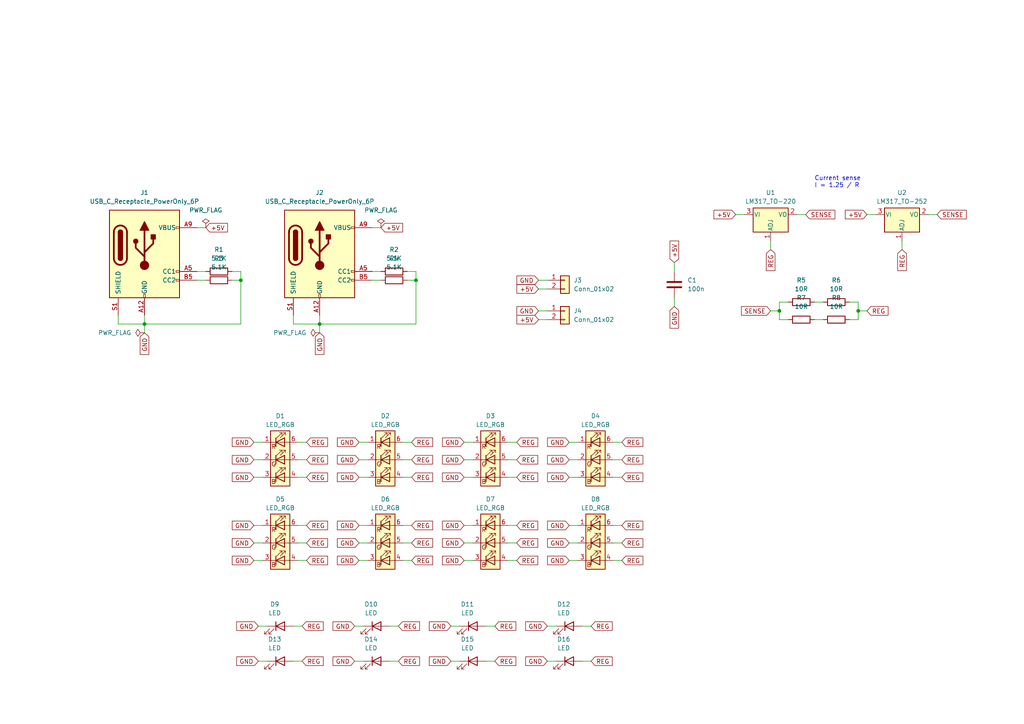
<source format=kicad_sch>
(kicad_sch (version 20230121) (generator eeschema)
  (paper "A4")
  (lib_symbols
    (symbol "Connector:USB_C_Receptacle_PowerOnly_6P" (pin_names (offset 1.016))
      (property "Reference" "J" (at 0 16.51 0))
      (property "Value" "USB_C_Receptacle_PowerOnly_6P" (at 0 13.97 0))
      (symbol "USB_C_Receptacle_PowerOnly_6P_0_0"
        (rectangle (start -0.254 -12.7) (end 0.254 -11.684))
        (rectangle (start 10.16 -7.366) (end 9.144 -7.874))
        (rectangle (start 10.16 -4.826) (end 9.144 -5.334))
        (rectangle (start 10.16 7.874) (end 9.144 7.366))
      )
      (symbol "USB_C_Receptacle_PowerOnly_6P_0_1"
        (rectangle (start -10.16 12.7) (end 10.16 -12.7) (stroke (width 0.254)) (fill (type background)))
        (arc (start -8.89 -1.27) (mid -6.985 -3.1667) (end -5.08 -1.27) (stroke (width 0.508)))
        (arc (start -7.62 -1.27) (mid -6.985 -1.9023) (end -6.35 -1.27) (stroke (width 0.254)))
        (arc (start -7.62 -1.27) (mid -6.985 -1.9023) (end -6.35 -1.27) (stroke (width 0.254)) (fill (type outline)))
        (rectangle (start -7.62 -1.27) (end -6.35 6.35) (stroke (width 0.254)) (fill (type outline)))
        (arc (start -6.35 6.35) (mid -6.985 6.9823) (end -7.62 6.35) (stroke (width 0.254)))
        (arc (start -6.35 6.35) (mid -6.985 6.9823) (end -7.62 6.35) (stroke (width 0.254)) (fill (type outline)))
        (arc (start -5.08 6.35) (mid -6.985 8.2467) (end -8.89 6.35) (stroke (width 0.508)))
        (circle (center -2.54 3.683) (radius 0.635) (stroke (width 0.254)) (fill (type outline)))
        (circle (center 0 -3.302) (radius 1.27) (fill (type outline)))
        (polyline (pts (xy -8.89 -1.27) (xy -8.89 6.35)) (stroke (width 0.508)))
        (polyline (pts (xy -5.08 6.35) (xy -5.08 -1.27)) (stroke (width 0.508)))
        (polyline (pts (xy 0 -3.302) (xy 0 6.858)) (stroke (width 0.508)))
        (polyline (pts (xy 0 -0.762) (xy -2.54 1.778) (xy -2.54 3.048)) (stroke (width 0.508)))
        (polyline (pts (xy 0 0.508) (xy 2.54 3.048) (xy 2.54 4.318)) (stroke (width 0.508)))
        (polyline (pts (xy -1.27 6.858) (xy 0 9.398) (xy 1.27 6.858) (xy -1.27 6.858)) (stroke (width 0.254)) (fill (type outline)))
        (rectangle (start 1.905 4.318) (end 3.175 5.588) (stroke (width 0.254)) (fill (type outline)))
      )
      (symbol "USB_C_Receptacle_PowerOnly_6P_1_1"
        (pin passive line (at 0 -17.78 90) (length 5.08) (name "GND") (number "A12"))
        (pin bidirectional line (at 15.24 -5.08 180) (length 5.08) (name "CC1") (number "A5"))
        (pin passive line (at 15.24 7.62 180) (length 5.08) (name "VBUS") (number "A9"))
        (pin passive line (at 0 -17.78 90) (length 5.08) hide (name "GND") (number "B12"))
        (pin bidirectional line (at 15.24 -7.62 180) (length 5.08) (name "CC2") (number "B5"))
        (pin passive line (at 15.24 7.62 180) (length 5.08) hide (name "VBUS") (number "B9"))
        (pin passive line (at -7.62 -17.78 90) (length 5.08) (name "SHIELD") (number "S1"))
      )
    )
    (symbol "Connector_Generic:Conn_01x02" (pin_names (offset 1.016) hide)
      (property "Reference" "J" (at 0 2.54 0))
      (property "Value" "Conn_01x02" (at 0 -5.08 0))
      (symbol "Conn_01x02_1_1"
        (rectangle (start -1.27 -2.413) (end 0 -2.667) (stroke (width 0.1524)))
        (rectangle (start -1.27 0.127) (end 0 -0.127) (stroke (width 0.1524)))
        (rectangle (start -1.27 1.27) (end 1.27 -3.81) (stroke (width 0.254)) (fill (type background)))
        (pin passive line (at -5.08 0 0) (length 3.81) (name "Pin_1") (number "1"))
        (pin passive line (at -5.08 -2.54 0) (length 3.81) (name "Pin_2") (number "2"))
      )
    )
    (symbol "Device:C" (pin_numbers hide) (pin_names (offset 0.254))
      (property "Reference" "C" (at 0.635 2.54 0))
      (property "Value" "C" (at 0.635 -2.54 0))
      (symbol "C_0_1"
        (polyline (pts (xy -2.032 -0.762) (xy 2.032 -0.762)) (stroke (width 0.508)))
        (polyline (pts (xy -2.032 0.762) (xy 2.032 0.762)) (stroke (width 0.508)))
      )
      (symbol "C_1_1"
        (pin passive line (at 0 3.81 270) (length 2.794) (name "~") (number "1"))
        (pin passive line (at 0 -3.81 90) (length 2.794) (name "~") (number "2"))
      )
    )
    (symbol "Device:LED" (pin_numbers hide) (pin_names (offset 1.016) hide)
      (property "Reference" "D" (at 0 2.54 0))
      (property "Value" "LED" (at 0 -2.54 0))
      (symbol "LED_0_1"
        (polyline (pts (xy -1.27 -1.27) (xy -1.27 1.27)) (stroke (width 0.254)))
        (polyline (pts (xy -1.27 0) (xy 1.27 0)))
        (polyline (pts (xy 1.27 -1.27) (xy 1.27 1.27) (xy -1.27 0) (xy 1.27 -1.27)) (stroke (width 0.254)))
        (polyline (pts (xy -3.048 -0.762) (xy -4.572 -2.286) (xy -3.81 -2.286) (xy -4.572 -2.286) (xy -4.572 -1.524)))
        (polyline (pts (xy -1.778 -0.762) (xy -3.302 -2.286) (xy -2.54 -2.286) (xy -3.302 -2.286) (xy -3.302 -1.524)))
      )
      (symbol "LED_1_1"
        (pin passive line (at -3.81 0 0) (length 2.54) (name "K") (number "1"))
        (pin passive line (at 3.81 0 180) (length 2.54) (name "A") (number "2"))
      )
    )
    (symbol "Device:LED_RGB" (pin_names (offset 0) hide)
      (property "Reference" "D" (at 0 9.398 0))
      (property "Value" "LED_RGB" (at 0 -8.89 0))
      (symbol "LED_RGB_0_0"
        (text "B" (at -1.905 -6.35 0) (effects (font (size 1.27 1.27))))
        (text "G" (at -1.905 -1.27 0) (effects (font (size 1.27 1.27))))
        (text "R" (at -1.905 3.81 0) (effects (font (size 1.27 1.27))))
      )
      (symbol "LED_RGB_0_1"
        (polyline (pts (xy -1.27 -5.08) (xy -2.54 -5.08)))
        (polyline (pts (xy -1.27 -5.08) (xy 1.27 -5.08)))
        (polyline (pts (xy -1.27 -3.81) (xy -1.27 -6.35)) (stroke (width 0.254)))
        (polyline (pts (xy -1.27 0) (xy -2.54 0)))
        (polyline (pts (xy -1.27 1.27) (xy -1.27 -1.27)) (stroke (width 0.254)))
        (polyline (pts (xy -1.27 5.08) (xy -2.54 5.08)))
        (polyline (pts (xy -1.27 5.08) (xy 1.27 5.08)))
        (polyline (pts (xy -1.27 6.35) (xy -1.27 3.81)) (stroke (width 0.254)))
        (polyline (pts (xy 1.27 -5.08) (xy 2.54 -5.08)))
        (polyline (pts (xy 1.27 0) (xy -1.27 0)))
        (polyline (pts (xy 1.27 0) (xy 2.54 0)))
        (polyline (pts (xy 1.27 5.08) (xy 2.54 5.08)))
        (polyline (pts (xy -1.27 1.27) (xy -1.27 -1.27) (xy -1.27 -1.27)))
        (polyline (pts (xy -1.27 6.35) (xy -1.27 3.81) (xy -1.27 3.81)))
        (polyline (pts (xy 1.27 -3.81) (xy 1.27 -6.35) (xy -1.27 -5.08) (xy 1.27 -3.81)) (stroke (width 0.254)))
        (polyline (pts (xy 1.27 1.27) (xy 1.27 -1.27) (xy -1.27 0) (xy 1.27 1.27)) (stroke (width 0.254)))
        (polyline (pts (xy 1.27 6.35) (xy 1.27 3.81) (xy -1.27 5.08) (xy 1.27 6.35)) (stroke (width 0.254)))
        (polyline (pts (xy -1.016 -3.81) (xy 0.508 -2.286) (xy -0.254 -2.286) (xy 0.508 -2.286) (xy 0.508 -3.048)))
        (polyline (pts (xy -1.016 1.27) (xy 0.508 2.794) (xy -0.254 2.794) (xy 0.508 2.794) (xy 0.508 2.032)))
        (polyline (pts (xy -1.016 6.35) (xy 0.508 7.874) (xy -0.254 7.874) (xy 0.508 7.874) (xy 0.508 7.112)))
        (polyline (pts (xy 0 -3.81) (xy 1.524 -2.286) (xy 0.762 -2.286) (xy 1.524 -2.286) (xy 1.524 -3.048)))
        (polyline (pts (xy 0 1.27) (xy 1.524 2.794) (xy 0.762 2.794) (xy 1.524 2.794) (xy 1.524 2.032)))
        (polyline (pts (xy 0 6.35) (xy 1.524 7.874) (xy 0.762 7.874) (xy 1.524 7.874) (xy 1.524 7.112)))
        (rectangle (start 1.27 -1.27) (end 1.27 1.27))
        (rectangle (start 1.27 1.27) (end 1.27 1.27))
        (rectangle (start 1.27 3.81) (end 1.27 6.35))
        (rectangle (start 1.27 6.35) (end 1.27 6.35))
        (rectangle (start 2.794 8.382) (end -2.794 -7.62) (stroke (width 0.254)) (fill (type background)))
      )
      (symbol "LED_RGB_1_1"
        (pin passive line (at -5.08 5.08 0) (length 2.54) (name "RK") (number "1"))
        (pin passive line (at -5.08 0 0) (length 2.54) (name "GK") (number "2"))
        (pin passive line (at -5.08 -5.08 0) (length 2.54) (name "BK") (number "3"))
        (pin passive line (at 5.08 -5.08 180) (length 2.54) (name "BA") (number "4"))
        (pin passive line (at 5.08 0 180) (length 2.54) (name "GA") (number "5"))
        (pin passive line (at 5.08 5.08 180) (length 2.54) (name "RA") (number "6"))
      )
    )
    (symbol "Device:R" (pin_numbers hide) (pin_names (offset 0))
      (property "Reference" "R" (at 2.032 0 90))
      (property "Value" "R" (at 0 0 90))
      (symbol "R_0_1"
        (rectangle (start -1.016 -2.54) (end 1.016 2.54) (stroke (width 0.254)))
      )
      (symbol "R_1_1"
        (pin passive line (at 0 3.81 270) (length 1.27) (name "~") (number "1"))
        (pin passive line (at 0 -3.81 90) (length 1.27) (name "~") (number "2"))
      )
    )
    (symbol "Regulator_Linear:LM317_TO-220" (pin_names (offset 0.254))
      (property "Reference" "U" (at -3.81 3.175 0))
      (property "Value" "LM317_TO-220" (at 0 3.175 0))
      (symbol "LM317_TO-220_0_1"
        (rectangle (start -5.08 1.905) (end 5.08 -5.08) (stroke (width 0.254)) (fill (type background)))
      )
      (symbol "LM317_TO-220_1_1"
        (pin input line (at 0 -7.62 90) (length 2.54) (name "ADJ") (number "1"))
        (pin power_out line (at 7.62 0 180) (length 2.54) (name "VO") (number "2"))
        (pin power_in line (at -7.62 0 0) (length 2.54) (name "VI") (number "3"))
      )
    )
    (symbol "Regulator_Linear:LM317_TO-252" (pin_names (offset 0.254))
      (property "Reference" "U" (at -3.81 3.175 0))
      (property "Value" "LM317_TO-252" (at 0 3.175 0))
      (symbol "LM317_TO-252_0_1"
        (rectangle (start -5.08 1.905) (end 5.08 -5.08) (stroke (width 0.254)) (fill (type background)))
      )
      (symbol "LM317_TO-252_1_1"
        (pin input line (at 0 -7.62 90) (length 2.54) (name "ADJ") (number "1"))
        (pin power_out line (at 7.62 0 180) (length 2.54) (name "VO") (number "2"))
        (pin power_in line (at -7.62 0 0) (length 2.54) (name "VI") (number "3"))
      )
    )
    (symbol "power:PWR_FLAG" (power) (pin_numbers hide) (pin_names (offset 0) hide)
      (property "Value" "PWR_FLAG" (at 0 3.81 0))
      (symbol "PWR_FLAG_0_0"
        (pin power_out line (at 0 0 90) (length 0) (name "pwr") (number "1"))
      )
      (symbol "PWR_FLAG_0_1"
        (polyline (pts (xy 0 0) (xy 0 1.27) (xy -1.016 1.905) (xy 0 2.54) (xy 1.016 1.905) (xy 0 1.27)))
      )
    )
  )
  (junction (at 92.71 93.98))
  (junction (at 248.92 90.17))
  (junction (at 226.06 90.17))
  (junction (at 41.91 93.98))
  (junction (at 69.85 81.28))
  (junction (at 120.65 81.28))
  (wire (pts (xy 92.71 93.98) (xy 92.71 96.52)))
  (wire (pts (xy 104.14 138.43) (xy 106.68 138.43)))
  (wire (pts (xy 180.34 138.43) (xy 177.8 138.43)))
  (wire (pts (xy 134.62 128.27) (xy 137.16 128.27)))
  (wire (pts (xy 130.81 191.77) (xy 133.35 191.77)))
  (wire (pts (xy 134.62 138.43) (xy 137.16 138.43)))
  (wire (pts (xy 143.51 191.77) (xy 140.97 191.77)))
  (wire (pts (xy 73.66 157.48) (xy 76.2 157.48)))
  (wire (pts (xy 165.1 133.35) (xy 167.64 133.35)))
  (wire (pts (xy 67.31 78.74) (xy 69.85 78.74)))
  (wire (pts (xy 158.75 181.61) (xy 161.29 181.61)))
  (wire (pts (xy 59.69 66.04) (xy 57.15 66.04)))
  (wire (pts (xy 156.21 83.82) (xy 158.75 83.82)))
  (wire (pts (xy 59.69 81.28) (xy 57.15 81.28)))
  (wire (pts (xy 171.45 191.77) (xy 168.91 191.77)))
  (wire (pts (xy 213.36 62.23) (xy 215.9 62.23)))
  (wire (pts (xy 195.58 76.2) (xy 195.58 78.74)))
  (wire (pts (xy 102.87 181.61) (xy 105.41 181.61)))
  (wire (pts (xy 102.87 191.77) (xy 105.41 191.77)))
  (wire (pts (xy 73.66 138.43) (xy 76.2 138.43)))
  (wire (pts (xy 165.1 152.4) (xy 167.64 152.4)))
  (wire (pts (xy 119.38 128.27) (xy 116.84 128.27)))
  (wire (pts (xy 88.9 162.56) (xy 86.36 162.56)))
  (wire (pts (xy 180.34 133.35) (xy 177.8 133.35)))
  (wire (pts (xy 118.11 78.74) (xy 120.65 78.74)))
  (wire (pts (xy 73.66 152.4) (xy 76.2 152.4)))
  (wire (pts (xy 236.22 87.63) (xy 238.76 87.63)))
  (wire (pts (xy 223.52 72.39) (xy 223.52 69.85)))
  (wire (pts (xy 92.71 93.98) (xy 92.71 91.44)))
  (wire (pts (xy 251.46 62.23) (xy 254 62.23)))
  (wire (pts (xy 228.6 92.71) (xy 226.06 92.71)))
  (wire (pts (xy 195.58 88.9) (xy 195.58 86.36)))
  (wire (pts (xy 165.1 138.43) (xy 167.64 138.43)))
  (wire (pts (xy 74.93 181.61) (xy 77.47 181.61)))
  (wire (pts (xy 88.9 133.35) (xy 86.36 133.35)))
  (wire (pts (xy 156.21 90.17) (xy 158.75 90.17)))
  (wire (pts (xy 41.91 93.98) (xy 41.91 96.52)))
  (wire (pts (xy 149.86 162.56) (xy 147.32 162.56)))
  (wire (pts (xy 115.57 181.61) (xy 113.03 181.61)))
  (wire (pts (xy 88.9 128.27) (xy 86.36 128.27)))
  (wire (pts (xy 149.86 138.43) (xy 147.32 138.43)))
  (wire (pts (xy 41.91 93.98) (xy 41.91 91.44)))
  (wire (pts (xy 110.49 81.28) (xy 107.95 81.28)))
  (wire (pts (xy 88.9 152.4) (xy 86.36 152.4)))
  (wire (pts (xy 34.29 91.44) (xy 34.29 93.98)))
  (wire (pts (xy 119.38 162.56) (xy 116.84 162.56)))
  (wire (pts (xy 271.78 62.23) (xy 269.24 62.23)))
  (wire (pts (xy 130.81 181.61) (xy 133.35 181.61)))
  (wire (pts (xy 246.38 87.63) (xy 248.92 87.63)))
  (wire (pts (xy 143.51 181.61) (xy 140.97 181.61)))
  (wire (pts (xy 120.65 78.74) (xy 120.65 81.28)))
  (wire (pts (xy 171.45 181.61) (xy 168.91 181.61)))
  (wire (pts (xy 180.34 128.27) (xy 177.8 128.27)))
  (wire (pts (xy 180.34 162.56) (xy 177.8 162.56)))
  (wire (pts (xy 120.65 81.28) (xy 120.65 93.98)))
  (wire (pts (xy 110.49 78.74) (xy 107.95 78.74)))
  (wire (pts (xy 88.9 157.48) (xy 86.36 157.48)))
  (wire (pts (xy 73.66 133.35) (xy 76.2 133.35)))
  (wire (pts (xy 134.62 157.48) (xy 137.16 157.48)))
  (wire (pts (xy 180.34 152.4) (xy 177.8 152.4)))
  (wire (pts (xy 104.14 152.4) (xy 106.68 152.4)))
  (wire (pts (xy 120.65 81.28) (xy 118.11 81.28)))
  (wire (pts (xy 119.38 152.4) (xy 116.84 152.4)))
  (wire (pts (xy 115.57 191.77) (xy 113.03 191.77)))
  (wire (pts (xy 34.29 93.98) (xy 41.91 93.98)))
  (wire (pts (xy 119.38 133.35) (xy 116.84 133.35)))
  (wire (pts (xy 236.22 92.71) (xy 238.76 92.71)))
  (wire (pts (xy 149.86 152.4) (xy 147.32 152.4)))
  (wire (pts (xy 120.65 93.98) (xy 92.71 93.98)))
  (wire (pts (xy 134.62 152.4) (xy 137.16 152.4)))
  (wire (pts (xy 85.09 93.98) (xy 92.71 93.98)))
  (wire (pts (xy 156.21 81.28) (xy 158.75 81.28)))
  (wire (pts (xy 134.62 162.56) (xy 137.16 162.56)))
  (wire (pts (xy 156.21 92.71) (xy 158.75 92.71)))
  (wire (pts (xy 104.14 157.48) (xy 106.68 157.48)))
  (wire (pts (xy 110.49 66.04) (xy 107.95 66.04)))
  (wire (pts (xy 119.38 138.43) (xy 116.84 138.43)))
  (wire (pts (xy 69.85 81.28) (xy 67.31 81.28)))
  (wire (pts (xy 226.06 87.63) (xy 226.06 90.17)))
  (wire (pts (xy 165.1 162.56) (xy 167.64 162.56)))
  (wire (pts (xy 69.85 93.98) (xy 41.91 93.98)))
  (wire (pts (xy 74.93 191.77) (xy 77.47 191.77)))
  (wire (pts (xy 69.85 81.28) (xy 69.85 93.98)))
  (wire (pts (xy 165.1 157.48) (xy 167.64 157.48)))
  (wire (pts (xy 88.9 138.43) (xy 86.36 138.43)))
  (wire (pts (xy 233.68 62.23) (xy 231.14 62.23)))
  (wire (pts (xy 158.75 191.77) (xy 161.29 191.77)))
  (wire (pts (xy 180.34 157.48) (xy 177.8 157.48)))
  (wire (pts (xy 73.66 128.27) (xy 76.2 128.27)))
  (wire (pts (xy 87.63 181.61) (xy 85.09 181.61)))
  (wire (pts (xy 85.09 91.44) (xy 85.09 93.98)))
  (wire (pts (xy 223.52 90.17) (xy 226.06 90.17)))
  (wire (pts (xy 104.14 162.56) (xy 106.68 162.56)))
  (wire (pts (xy 59.69 78.74) (xy 57.15 78.74)))
  (wire (pts (xy 104.14 128.27) (xy 106.68 128.27)))
  (wire (pts (xy 134.62 133.35) (xy 137.16 133.35)))
  (wire (pts (xy 226.06 90.17) (xy 226.06 92.71)))
  (wire (pts (xy 149.86 157.48) (xy 147.32 157.48)))
  (wire (pts (xy 119.38 157.48) (xy 116.84 157.48)))
  (wire (pts (xy 228.6 87.63) (xy 226.06 87.63)))
  (wire (pts (xy 248.92 90.17) (xy 248.92 92.71)))
  (wire (pts (xy 73.66 162.56) (xy 76.2 162.56)))
  (wire (pts (xy 149.86 133.35) (xy 147.32 133.35)))
  (wire (pts (xy 149.86 128.27) (xy 147.32 128.27)))
  (wire (pts (xy 87.63 191.77) (xy 85.09 191.77)))
  (wire (pts (xy 69.85 78.74) (xy 69.85 81.28)))
  (wire (pts (xy 261.62 72.39) (xy 261.62 69.85)))
  (wire (pts (xy 104.14 133.35) (xy 106.68 133.35)))
  (wire (pts (xy 246.38 92.71) (xy 248.92 92.71)))
  (wire (pts (xy 165.1 128.27) (xy 167.64 128.27)))
  (wire (pts (xy 248.92 90.17) (xy 251.46 90.17)))
  (wire (pts (xy 248.92 87.63) (xy 248.92 90.17)))
  (text "Current sense\nI = 1.25 / R" (at 236.22 54.61 0) (effects (font (size 1.27 1.27)) (justify left bottom)))
  (global_label "GND" (shape input) (at 134.62 133.35 180) (property "Intersheetrefs" "${INTERSHEET_REFS}" (effects hide)))
  (global_label "REG" (shape input) (at 119.38 152.4 0) (property "Intersheetrefs" "${INTERSHEET_REFS}" (effects hide)))
  (global_label "REG" (shape input) (at 171.45 181.61 0) (property "Intersheetrefs" "${INTERSHEET_REFS}" (effects hide)))
  (global_label "REG" (shape input) (at 88.9 162.56 0) (property "Intersheetrefs" "${INTERSHEET_REFS}" (effects hide)))
  (global_label "REG" (shape input) (at 143.51 181.61 0) (property "Intersheetrefs" "${INTERSHEET_REFS}" (effects hide)))
  (global_label "GND" (shape input) (at 156.21 81.28 180) (property "Intersheetrefs" "${INTERSHEET_REFS}" (effects hide)))
  (global_label "REG" (shape input) (at 119.38 138.43 0) (property "Intersheetrefs" "${INTERSHEET_REFS}" (effects hide)))
  (global_label "GND" (shape input) (at 104.14 138.43 180) (property "Intersheetrefs" "${INTERSHEET_REFS}" (effects hide)))
  (global_label "GND" (shape input) (at 165.1 152.4 180) (property "Intersheetrefs" "${INTERSHEET_REFS}" (effects hide)))
  (global_label "REG" (shape input) (at 149.86 133.35 0) (property "Intersheetrefs" "${INTERSHEET_REFS}" (effects hide)))
  (global_label "SENSE" (shape input) (at 233.68 62.23 0) (property "Intersheetrefs" "${INTERSHEET_REFS}" (effects hide)))
  (global_label "GND" (shape input) (at 134.62 157.48 180) (property "Intersheetrefs" "${INTERSHEET_REFS}" (effects hide)))
  (global_label "GND" (shape input) (at 73.66 133.35 180) (property "Intersheetrefs" "${INTERSHEET_REFS}" (effects hide)))
  (global_label "GND" (shape input) (at 73.66 157.48 180) (property "Intersheetrefs" "${INTERSHEET_REFS}" (effects hide)))
  (global_label "REG" (shape input) (at 180.34 138.43 0) (property "Intersheetrefs" "${INTERSHEET_REFS}" (effects hide)))
  (global_label "GND" (shape input) (at 134.62 128.27 180) (property "Intersheetrefs" "${INTERSHEET_REFS}" (effects hide)))
  (global_label "GND" (shape input) (at 74.93 181.61 180) (property "Intersheetrefs" "${INTERSHEET_REFS}" (effects hide)))
  (global_label "GND" (shape input) (at 156.21 90.17 180) (property "Intersheetrefs" "${INTERSHEET_REFS}" (effects hide)))
  (global_label "REG" (shape input) (at 180.34 162.56 0) (property "Intersheetrefs" "${INTERSHEET_REFS}" (effects hide)))
  (global_label "REG" (shape input) (at 149.86 157.48 0) (property "Intersheetrefs" "${INTERSHEET_REFS}" (effects hide)))
  (global_label "REG" (shape input) (at 119.38 128.27 0) (property "Intersheetrefs" "${INTERSHEET_REFS}" (effects hide)))
  (global_label "GND" (shape input) (at 74.93 191.77 180) (property "Intersheetrefs" "${INTERSHEET_REFS}" (effects hide)))
  (global_label "GND" (shape input) (at 165.1 133.35 180) (property "Intersheetrefs" "${INTERSHEET_REFS}" (effects hide)))
  (global_label "+5V" (shape input) (at 213.36 62.23 180) (property "Intersheetrefs" "${INTERSHEET_REFS}" (effects hide)))
  (global_label "REG" (shape input) (at 180.34 133.35 0) (property "Intersheetrefs" "${INTERSHEET_REFS}" (effects hide)))
  (global_label "REG" (shape input) (at 119.38 157.48 0) (property "Intersheetrefs" "${INTERSHEET_REFS}" (effects hide)))
  (global_label "REG" (shape input) (at 180.34 152.4 0) (property "Intersheetrefs" "${INTERSHEET_REFS}" (effects hide)))
  (global_label "REG" (shape input) (at 88.9 152.4 0) (property "Intersheetrefs" "${INTERSHEET_REFS}" (effects hide)))
  (global_label "GND" (shape input) (at 130.81 181.61 180) (property "Intersheetrefs" "${INTERSHEET_REFS}" (effects hide)))
  (global_label "REG" (shape input) (at 88.9 138.43 0) (property "Intersheetrefs" "${INTERSHEET_REFS}" (effects hide)))
  (global_label "GND" (shape input) (at 104.14 162.56 180) (property "Intersheetrefs" "${INTERSHEET_REFS}" (effects hide)))
  (global_label "+5V" (shape input) (at 59.69 66.04 0) (property "Intersheetrefs" "${INTERSHEET_REFS}" (effects hide)))
  (global_label "GND" (shape input) (at 73.66 128.27 180) (property "Intersheetrefs" "${INTERSHEET_REFS}" (effects hide)))
  (global_label "REG" (shape input) (at 171.45 191.77 0) (property "Intersheetrefs" "${INTERSHEET_REFS}" (effects hide)))
  (global_label "SENSE" (shape input) (at 271.78 62.23 0) (property "Intersheetrefs" "${INTERSHEET_REFS}" (effects hide)))
  (global_label "GND" (shape input) (at 165.1 128.27 180) (property "Intersheetrefs" "${INTERSHEET_REFS}" (effects hide)))
  (global_label "GND" (shape input) (at 165.1 157.48 180) (property "Intersheetrefs" "${INTERSHEET_REFS}" (effects hide)))
  (global_label "REG" (shape input) (at 88.9 133.35 0) (property "Intersheetrefs" "${INTERSHEET_REFS}" (effects hide)))
  (global_label "GND" (shape input) (at 134.62 152.4 180) (property "Intersheetrefs" "${INTERSHEET_REFS}" (effects hide)))
  (global_label "REG" (shape input) (at 119.38 162.56 0) (property "Intersheetrefs" "${INTERSHEET_REFS}" (effects hide)))
  (global_label "REG" (shape input) (at 149.86 162.56 0) (property "Intersheetrefs" "${INTERSHEET_REFS}" (effects hide)))
  (global_label "GND" (shape input) (at 104.14 157.48 180) (property "Intersheetrefs" "${INTERSHEET_REFS}" (effects hide)))
  (global_label "GND" (shape input) (at 158.75 181.61 180) (property "Intersheetrefs" "${INTERSHEET_REFS}" (effects hide)))
  (global_label "REG" (shape input) (at 149.86 152.4 0) (property "Intersheetrefs" "${INTERSHEET_REFS}" (effects hide)))
  (global_label "REG" (shape input) (at 223.52 72.39 270) (property "Intersheetrefs" "${INTERSHEET_REFS}" (effects hide)))
  (global_label "REG" (shape input) (at 119.38 133.35 0) (property "Intersheetrefs" "${INTERSHEET_REFS}" (effects hide)))
  (global_label "REG" (shape input) (at 261.62 72.39 270) (property "Intersheetrefs" "${INTERSHEET_REFS}" (effects hide)))
  (global_label "GND" (shape input) (at 134.62 138.43 180) (property "Intersheetrefs" "${INTERSHEET_REFS}" (effects hide)))
  (global_label "GND" (shape input) (at 165.1 162.56 180) (property "Intersheetrefs" "${INTERSHEET_REFS}" (effects hide)))
  (global_label "+5V" (shape input) (at 110.49 66.04 0) (property "Intersheetrefs" "${INTERSHEET_REFS}" (effects hide)))
  (global_label "SENSE" (shape input) (at 223.52 90.17 180) (property "Intersheetrefs" "${INTERSHEET_REFS}" (effects hide)))
  (global_label "GND" (shape input) (at 165.1 138.43 180) (property "Intersheetrefs" "${INTERSHEET_REFS}" (effects hide)))
  (global_label "GND" (shape input) (at 104.14 152.4 180) (property "Intersheetrefs" "${INTERSHEET_REFS}" (effects hide)))
  (global_label "GND" (shape input) (at 73.66 152.4 180) (property "Intersheetrefs" "${INTERSHEET_REFS}" (effects hide)))
  (global_label "GND" (shape input) (at 102.87 181.61 180) (property "Intersheetrefs" "${INTERSHEET_REFS}" (effects hide)))
  (global_label "GND" (shape input) (at 130.81 191.77 180) (property "Intersheetrefs" "${INTERSHEET_REFS}" (effects hide)))
  (global_label "REG" (shape input) (at 251.46 90.17 0) (property "Intersheetrefs" "${INTERSHEET_REFS}" (effects hide)))
  (global_label "GND" (shape input) (at 134.62 162.56 180) (property "Intersheetrefs" "${INTERSHEET_REFS}" (effects hide)))
  (global_label "GND" (shape input) (at 102.87 191.77 180) (property "Intersheetrefs" "${INTERSHEET_REFS}" (effects hide)))
  (global_label "+5V" (shape input) (at 156.21 92.71 180) (property "Intersheetrefs" "${INTERSHEET_REFS}" (effects hide)))
  (global_label "+5V" (shape input) (at 251.46 62.23 180) (property "Intersheetrefs" "${INTERSHEET_REFS}" (effects hide)))
  (global_label "REG" (shape input) (at 87.63 191.77 0) (property "Intersheetrefs" "${INTERSHEET_REFS}" (effects hide)))
  (global_label "REG" (shape input) (at 149.86 138.43 0) (property "Intersheetrefs" "${INTERSHEET_REFS}" (effects hide)))
  (global_label "REG" (shape input) (at 180.34 128.27 0) (property "Intersheetrefs" "${INTERSHEET_REFS}" (effects hide)))
  (global_label "REG" (shape input) (at 115.57 181.61 0) (property "Intersheetrefs" "${INTERSHEET_REFS}" (effects hide)))
  (global_label "REG" (shape input) (at 115.57 191.77 0) (property "Intersheetrefs" "${INTERSHEET_REFS}" (effects hide)))
  (global_label "REG" (shape input) (at 143.51 191.77 0) (property "Intersheetrefs" "${INTERSHEET_REFS}" (effects hide)))
  (global_label "GND" (shape input) (at 195.58 88.9 270) (property "Intersheetrefs" "${INTERSHEET_REFS}" (effects hide)))
  (global_label "GND" (shape input) (at 158.75 191.77 180) (property "Intersheetrefs" "${INTERSHEET_REFS}" (effects hide)))
  (global_label "REG" (shape input) (at 87.63 181.61 0) (property "Intersheetrefs" "${INTERSHEET_REFS}" (effects hide)))
  (global_label "REG" (shape input) (at 180.34 157.48 0) (property "Intersheetrefs" "${INTERSHEET_REFS}" (effects hide)))
  (global_label "GND" (shape input) (at 104.14 128.27 180) (property "Intersheetrefs" "${INTERSHEET_REFS}" (effects hide)))
  (global_label "+5V" (shape input) (at 195.58 76.2 90) (property "Intersheetrefs" "${INTERSHEET_REFS}" (effects hide)))
  (global_label "+5V" (shape input) (at 156.21 83.82 180) (property "Intersheetrefs" "${INTERSHEET_REFS}" (effects hide)))
  (global_label "REG" (shape input) (at 88.9 157.48 0) (property "Intersheetrefs" "${INTERSHEET_REFS}" (effects hide)))
  (global_label "GND" (shape input) (at 104.14 133.35 180) (property "Intersheetrefs" "${INTERSHEET_REFS}" (effects hide)))
  (global_label "GND" (shape input) (at 73.66 138.43 180) (property "Intersheetrefs" "${INTERSHEET_REFS}" (effects hide)))
  (global_label "GND" (shape input) (at 41.91 96.52 270) (property "Intersheetrefs" "${INTERSHEET_REFS}" (effects hide)))
  (global_label "GND" (shape input) (at 92.71 96.52 270) (property "Intersheetrefs" "${INTERSHEET_REFS}" (effects hide)))
  (global_label "REG" (shape input) (at 88.9 128.27 0) (property "Intersheetrefs" "${INTERSHEET_REFS}" (effects hide)))
  (global_label "REG" (shape input) (at 149.86 128.27 0) (property "Intersheetrefs" "${INTERSHEET_REFS}" (effects hide)))
  (global_label "GND" (shape input) (at 73.66 162.56 180) (property "Intersheetrefs" "${INTERSHEET_REFS}" (effects hide)))
  (symbol (lib_id "Device:LED") (at 165.1 191.77 0) (unit 1)
    (property "Reference" "D16" (at 163.5125 185.42 0))
    (property "Value" "LED" (at 163.5125 187.96 0))
    (property "Footprint" "LED_THT:LED_Rectangular_W7.62mm_H4.55mm_P5.08mm_R3" (effects hide))
  )
  (symbol (lib_id "Device:R") (at 232.41 92.71 90) (unit 1)
    (property "Reference" "R7" (at 232.41 86.36 90))
    (property "Value" "10R" (at 232.41 88.9 90))
    (property "Footprint" "Resistor_SMD:R_0805_2012Metric_Pad1.20x1.40mm_HandSolder" (effects hide))
  )
  (symbol (lib_id "Device:R") (at 63.5 81.28 90) (unit 1)
    (property "Reference" "R3" (at 63.5 74.93 90))
    (property "Value" "5.1K" (at 63.5 77.47 90))
    (property "Footprint" "Resistor_SMD:R_0805_2012Metric_Pad1.20x1.40mm_HandSolder" (effects hide))
  )
  (symbol (lib_id "power:PWR_FLAG") (at 41.91 96.52 90) (unit 1)
    (property "Reference" "#FLG03" (effects hide))
    (property "Value" "PWR_FLAG" (at 38.1 96.52 90) (effects (justify left)))
  )
  (symbol (lib_id "power:PWR_FLAG") (at 110.49 66.04 0) (unit 1)
    (property "Reference" "#FLG02" (effects hide))
    (property "Value" "PWR_FLAG" (at 110.49 60.96 0))
  )
  (symbol (lib_id "Device:R") (at 114.3 81.28 90) (unit 1)
    (property "Reference" "R4" (at 114.3 74.93 90))
    (property "Value" "5.1K" (at 114.3 77.47 90))
    (property "Footprint" "Resistor_SMD:R_0805_2012Metric_Pad1.20x1.40mm_HandSolder" (effects hide))
  )
  (symbol (lib_id "Device:R") (at 114.3 78.74 90) (unit 1)
    (property "Reference" "R2" (at 114.3 72.39 90))
    (property "Value" "5.1K" (at 114.3 74.93 90))
    (property "Footprint" "Resistor_SMD:R_0805_2012Metric_Pad1.20x1.40mm_HandSolder" (effects hide))
  )
  (symbol (lib_id "Device:R") (at 232.41 87.63 90) (unit 1)
    (property "Reference" "R5" (at 232.41 81.28 90))
    (property "Value" "10R" (at 232.41 83.82 90))
    (property "Footprint" "Resistor_SMD:R_0805_2012Metric_Pad1.20x1.40mm_HandSolder" (effects hide))
  )
  (symbol (lib_id "Connector_Generic:Conn_01x02") (at 163.83 81.28 0) (unit 1)
    (property "Reference" "J3" (at 166.37 81.28 0) (effects (justify left)))
    (property "Value" "Conn_01x02" (at 166.37 83.82 0) (effects (justify left)))
    (property "Footprint" "SolderWire-0.75sqmm_1x02_P4.8mm_D1.25mm_OD2.3mm_Relief" (effects hide))
  )
  (symbol (lib_id "Device:LED_RGB") (at 172.72 157.48 0) (unit 1)
    (property "Reference" "D8" (at 172.72 144.78 0))
    (property "Value" "LED_RGB" (at 172.72 147.32 0))
    (property "Footprint" "LED_SMD:LED_RGB_5050-6" (effects hide))
  )
  (symbol (lib_id "Device:LED_RGB") (at 111.76 133.35 0) (unit 1)
    (property "Reference" "D2" (at 111.76 120.65 0))
    (property "Value" "LED_RGB" (at 111.76 123.19 0))
    (property "Footprint" "LED_SMD:LED_RGB_5050-6" (effects hide))
  )
  (symbol (lib_id "Device:LED_RGB") (at 172.72 133.35 0) (unit 1)
    (property "Reference" "D4" (at 172.72 120.65 0))
    (property "Value" "LED_RGB" (at 172.72 123.19 0))
    (property "Footprint" "LED_SMD:LED_RGB_5050-6" (effects hide))
  )
  (symbol (lib_id "Device:LED") (at 109.22 191.77 0) (unit 1)
    (property "Reference" "D14" (at 107.6325 185.42 0))
    (property "Value" "LED" (at 107.6325 187.96 0))
    (property "Footprint" "LED_THT:LED_Rectangular_W7.62mm_H4.55mm_P5.08mm_R3" (effects hide))
  )
  (symbol (lib_id "Device:LED") (at 165.1 181.61 0) (unit 1)
    (property "Reference" "D12" (at 163.5125 175.26 0))
    (property "Value" "LED" (at 163.5125 177.8 0))
    (property "Footprint" "LED_THT:LED_Rectangular_W7.62mm_H4.55mm_P5.08mm_R3" (effects hide))
  )
  (symbol (lib_id "Device:LED_RGB") (at 142.24 133.35 0) (unit 1)
    (property "Reference" "D3" (at 142.24 120.65 0))
    (property "Value" "LED_RGB" (at 142.24 123.19 0))
    (property "Footprint" "LED_SMD:LED_RGB_5050-6" (effects hide))
  )
  (symbol (lib_id "Device:LED") (at 81.28 181.61 0) (unit 1)
    (property "Reference" "D9" (at 79.6925 175.26 0))
    (property "Value" "LED" (at 79.6925 177.8 0))
    (property "Footprint" "LED_THT:LED_Rectangular_W7.62mm_H4.55mm_P5.08mm_R3" (effects hide))
  )
  (symbol (lib_id "Device:LED_RGB") (at 142.24 157.48 0) (unit 1)
    (property "Reference" "D7" (at 142.24 144.78 0))
    (property "Value" "LED_RGB" (at 142.24 147.32 0))
    (property "Footprint" "LED_SMD:LED_RGB_5050-6" (effects hide))
  )
  (symbol (lib_id "Connector:USB_C_Receptacle_PowerOnly_6P") (at 92.71 73.66 0) (unit 1)
    (property "Reference" "J2" (at 92.71 55.88 0))
    (property "Value" "USB_C_Receptacle_PowerOnly_6P" (at 92.71 58.42 0))
    (property "Footprint" "USB-C-Power-tester:TYPE-C-31-M-17_handsolder" (effects hide))
    (property "Datasheet" "https://www.usb.org/sites/default/files/documents/usb_type-c.zip" (effects hide))
  )
  (symbol (lib_id "Regulator_Linear:LM317_TO-252") (at 261.62 62.23 0) (unit 1)
    (property "Reference" "U2" (at 261.62 55.88 0))
    (property "Value" "LM317_TO-252" (at 261.62 58.42 0))
    (property "Footprint" "Package_TO_SOT_SMD:TO-252-2" (effects hide))
    (property "Datasheet" "http://www.ti.com/lit/ds/snvs774n/snvs774n.pdf" (effects hide))
  )
  (symbol (lib_id "Device:LED_RGB") (at 81.28 133.35 0) (unit 1)
    (property "Reference" "D1" (at 81.28 120.65 0))
    (property "Value" "LED_RGB" (at 81.28 123.19 0))
    (property "Footprint" "LED_SMD:LED_RGB_5050-6" (effects hide))
  )
  (symbol (lib_id "power:PWR_FLAG") (at 92.71 96.52 90) (unit 1)
    (property "Reference" "#FLG04" (effects hide))
    (property "Value" "PWR_FLAG" (at 88.9 96.52 90) (effects (justify left)))
  )
  (symbol (lib_id "Connector_Generic:Conn_01x02") (at 163.83 90.17 0) (unit 1)
    (property "Reference" "J4" (at 166.37 90.17 0) (effects (justify left)))
    (property "Value" "Conn_01x02" (at 166.37 92.71 0) (effects (justify left)))
    (property "Footprint" "SolderWire-0.75sqmm_1x02_P4.8mm_D1.25mm_OD2.3mm_Relief" (effects hide))
  )
  (symbol (lib_id "Regulator_Linear:LM317_TO-220") (at 223.52 62.23 0) (unit 1)
    (property "Reference" "U1" (at 223.52 55.88 0))
    (property "Value" "LM317_TO-220" (at 223.52 58.42 0))
    (property "Footprint" "Package_TO_SOT_THT:TO-220-3_Horizontal_TabDown" (effects hide))
    (property "Datasheet" "http://www.ti.com/lit/ds/symlink/lm317.pdf" (effects hide))
  )
  (symbol (lib_id "Device:R") (at 242.57 92.71 90) (unit 1)
    (property "Reference" "R8" (at 242.57 86.36 90))
    (property "Value" "10R" (at 242.57 88.9 90))
    (property "Footprint" "Resistor_SMD:R_0805_2012Metric_Pad1.20x1.40mm_HandSolder" (effects hide))
  )
  (symbol (lib_id "Device:LED_RGB") (at 111.76 157.48 0) (unit 1)
    (property "Reference" "D6" (at 111.76 144.78 0))
    (property "Value" "LED_RGB" (at 111.76 147.32 0))
    (property "Footprint" "LED_SMD:LED_RGB_5050-6" (effects hide))
  )
  (symbol (lib_id "Connector:USB_C_Receptacle_PowerOnly_6P") (at 41.91 73.66 0) (unit 1)
    (property "Reference" "J1" (at 41.91 55.88 0))
    (property "Value" "USB_C_Receptacle_PowerOnly_6P" (at 41.91 58.42 0))
    (property "Footprint" "USB-C-Power-tester:TYPE-C-31-M-17_handsolder" (effects hide))
    (property "Datasheet" "https://www.usb.org/sites/default/files/documents/usb_type-c.zip" (effects hide))
  )
  (symbol (lib_id "Device:C") (at 195.58 82.55 0) (unit 1)
    (property "Reference" "C1" (at 199.39 81.28 0) (effects (justify left)))
    (property "Value" "100n" (at 199.39 83.82 0) (effects (justify left)))
    (property "Footprint" "Capacitor_SMD:C_0805_2012Metric_Pad1.18x1.45mm_HandSolder" (effects hide))
  )
  (symbol (lib_id "Device:R") (at 63.5 78.74 90) (unit 1)
    (property "Reference" "R1" (at 63.5 72.39 90))
    (property "Value" "5.1K" (at 63.5 74.93 90))
    (property "Footprint" "Resistor_SMD:R_0805_2012Metric_Pad1.20x1.40mm_HandSolder" (effects hide))
  )
  (symbol (lib_id "Device:LED") (at 137.16 181.61 0) (unit 1)
    (property "Reference" "D11" (at 135.5725 175.26 0))
    (property "Value" "LED" (at 135.5725 177.8 0))
    (property "Footprint" "LED_THT:LED_Rectangular_W7.62mm_H4.55mm_P5.08mm_R3" (effects hide))
  )
  (symbol (lib_id "Device:LED") (at 81.28 191.77 0) (unit 1)
    (property "Reference" "D13" (at 79.6925 185.42 0))
    (property "Value" "LED" (at 79.6925 187.96 0))
    (property "Footprint" "LED_THT:LED_Rectangular_W7.62mm_H4.55mm_P5.08mm_R3" (effects hide))
  )
  (symbol (lib_id "Device:R") (at 242.57 87.63 90) (unit 1)
    (property "Reference" "R6" (at 242.57 81.28 90))
    (property "Value" "10R" (at 242.57 83.82 90))
    (property "Footprint" "Resistor_SMD:R_0805_2012Metric_Pad1.20x1.40mm_HandSolder" (effects hide))
  )
  (symbol (lib_id "Device:LED") (at 109.22 181.61 0) (unit 1)
    (property "Reference" "D10" (at 107.6325 175.26 0))
    (property "Value" "LED" (at 107.6325 177.8 0))
    (property "Footprint" "LED_THT:LED_Rectangular_W7.62mm_H4.55mm_P5.08mm_R3" (effects hide))
  )
  (symbol (lib_id "Device:LED_RGB") (at 81.28 157.48 0) (unit 1)
    (property "Reference" "D5" (at 81.28 144.78 0))
    (property "Value" "LED_RGB" (at 81.28 147.32 0))
    (property "Footprint" "LED_SMD:LED_RGB_5050-6" (effects hide))
  )
  (symbol (lib_id "power:PWR_FLAG") (at 59.69 66.04 0) (unit 1)
    (property "Reference" "#FLG01" (effects hide))
    (property "Value" "PWR_FLAG" (at 59.69 60.96 0))
  )
  (symbol (lib_id "Device:LED") (at 137.16 191.77 0) (unit 1)
    (property "Reference" "D15" (at 135.5725 185.42 0))
    (property "Value" "LED" (at 135.5725 187.96 0))
    (property "Footprint" "LED_THT:LED_Rectangular_W7.62mm_H4.55mm_P5.08mm_R3" (effects hide))
  )
)
</source>
